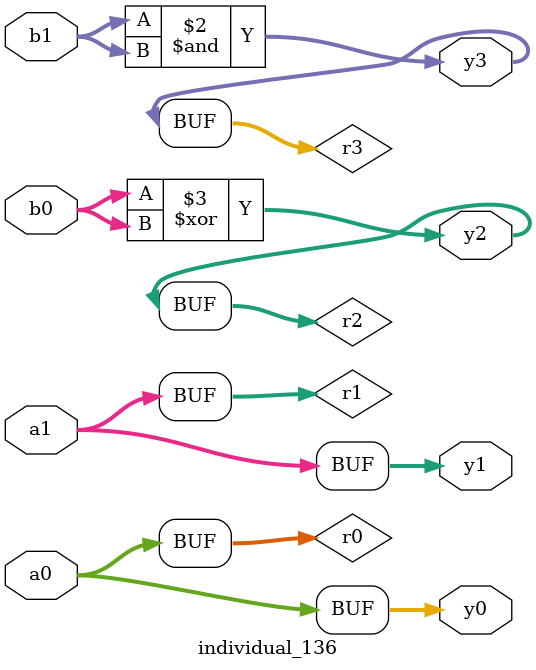
<source format=sv>
module individual_136(input logic [15:0] a1, input logic [15:0] a0, input logic [15:0] b1, input logic [15:0] b0, output logic [15:0] y3, output logic [15:0] y2, output logic [15:0] y1, output logic [15:0] y0);
logic [15:0] r0, r1, r2, r3; 
 always@(*) begin 
	 r0 = a0; r1 = a1; r2 = b0; r3 = b1; 
 	 r3  &=  r3 ;
 	 r2  ^=  r2 ;
 	 y3 = r3; y2 = r2; y1 = r1; y0 = r0; 
end
endmodule
</source>
